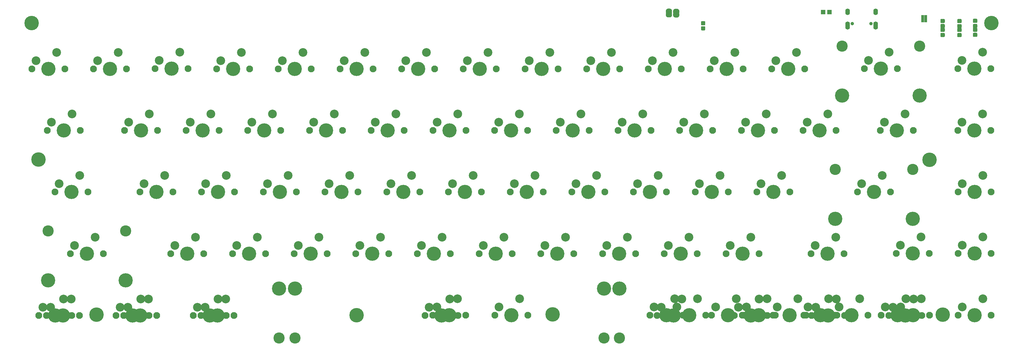
<source format=gts>
G04 #@! TF.GenerationSoftware,KiCad,Pcbnew,5.1.5*
G04 #@! TF.CreationDate,2020-04-09T00:31:28+02:00*
G04 #@! TF.ProjectId,FullKeyboardV1,46756c6c-4b65-4796-926f-61726456312e,rev?*
G04 #@! TF.SameCoordinates,Original*
G04 #@! TF.FileFunction,Soldermask,Top*
G04 #@! TF.FilePolarity,Negative*
%FSLAX46Y46*%
G04 Gerber Fmt 4.6, Leading zero omitted, Abs format (unit mm)*
G04 Created by KiCad (PCBNEW 5.1.5) date 2020-04-09 00:31:28*
%MOMM*%
%LPD*%
G04 APERTURE LIST*
%ADD10C,2.101800*%
%ADD11C,4.387800*%
%ADD12C,2.686000*%
%ADD13C,3.448000*%
%ADD14R,1.400000X1.400000*%
%ADD15R,0.900000X0.720000*%
%ADD16C,0.100000*%
%ADD17O,1.400000X2.500000*%
%ADD18C,1.050000*%
%ADD19O,1.400000X2.000000*%
%ADD20C,4.464000*%
G04 APERTURE END LIST*
D10*
X56380000Y-85900000D03*
X46220000Y-85900000D03*
D11*
X51300000Y-85900000D03*
D12*
X47490000Y-83360000D03*
X53840000Y-80820000D03*
D10*
X99200000Y-104890000D03*
X89040000Y-104890000D03*
D11*
X94120000Y-104890000D03*
D12*
X90310000Y-102350000D03*
X96660000Y-99810000D03*
X129815000Y-137835000D03*
X123465000Y-140375000D03*
D11*
X127275000Y-142915000D03*
D10*
X122195000Y-142915000D03*
X132355000Y-142915000D03*
D13*
X179655000Y-149900000D03*
D11*
X179655000Y-134660000D03*
D12*
X148955000Y-137825000D03*
X142625000Y-140365000D03*
D11*
X146435000Y-142905000D03*
D10*
X141355000Y-142905000D03*
X151515000Y-142905000D03*
D13*
X79760000Y-149885000D03*
D11*
X79760000Y-134650000D03*
D12*
X127445000Y-137850000D03*
X121095000Y-140390000D03*
D11*
X124905000Y-142930000D03*
D10*
X119825000Y-142930000D03*
X129985000Y-142930000D03*
D13*
X74867000Y-149915000D03*
X174943000Y-149915000D03*
D11*
X74867000Y-134675000D03*
X174943000Y-134675000D03*
D12*
X8470000Y-137875000D03*
X2120000Y-140415000D03*
X25920000Y-140390000D03*
X32270000Y-137850000D03*
X49720000Y-140390000D03*
X56070000Y-137850000D03*
D11*
X5930000Y-142955000D03*
D10*
X850000Y-142955000D03*
X11010000Y-142955000D03*
X24650000Y-142930000D03*
D11*
X29730000Y-142930000D03*
D10*
X34810000Y-142930000D03*
X58610000Y-142930000D03*
X48450000Y-142930000D03*
D11*
X53530000Y-142930000D03*
D12*
X34660000Y-137845000D03*
X28310000Y-140385000D03*
X52110000Y-140385000D03*
X58460000Y-137845000D03*
D11*
X55920000Y-142925000D03*
D10*
X50840000Y-142925000D03*
X61000000Y-142925000D03*
D11*
X32120000Y-142925000D03*
D10*
X27040000Y-142925000D03*
X37200000Y-142925000D03*
D12*
X10850000Y-137875000D03*
X4500000Y-140415000D03*
D10*
X3230000Y-142955000D03*
D11*
X8310000Y-142955000D03*
D10*
X13390000Y-142955000D03*
D12*
X246495000Y-137850000D03*
X240145000Y-140390000D03*
X234670000Y-137825000D03*
X228320000Y-140365000D03*
X222695000Y-137850000D03*
X196670000Y-137825000D03*
X198895000Y-137850000D03*
X209320000Y-140365000D03*
X215670000Y-137825000D03*
X190320000Y-140365000D03*
X192545000Y-140390000D03*
X216345000Y-140390000D03*
X263945000Y-140390000D03*
X270295000Y-137850000D03*
X266320000Y-140365000D03*
X272670000Y-137825000D03*
X253670000Y-137825000D03*
X247320000Y-140365000D03*
D11*
X220155000Y-142930000D03*
D10*
X215075000Y-142930000D03*
X225235000Y-142930000D03*
X238875000Y-142930000D03*
D11*
X243955000Y-142930000D03*
D10*
X249035000Y-142930000D03*
D11*
X270130000Y-142905000D03*
D10*
X275210000Y-142905000D03*
X246050000Y-142905000D03*
D11*
X251130000Y-142905000D03*
D10*
X256210000Y-142905000D03*
D11*
X232130000Y-142905000D03*
D10*
X237210000Y-142905000D03*
X227050000Y-142905000D03*
X208050000Y-142905000D03*
D11*
X213130000Y-142905000D03*
D10*
X218210000Y-142905000D03*
D11*
X194130000Y-142905000D03*
D10*
X189050000Y-142905000D03*
X199210000Y-142905000D03*
X191275000Y-142930000D03*
D11*
X196355000Y-142930000D03*
D10*
X262675000Y-142930000D03*
D11*
X267755000Y-142930000D03*
D10*
X272835000Y-142930000D03*
D12*
X203720000Y-137825000D03*
X197370000Y-140365000D03*
X225120000Y-137825000D03*
X218770000Y-140365000D03*
X237770000Y-140365000D03*
X244120000Y-137825000D03*
X267920000Y-137825000D03*
X261570000Y-140365000D03*
D10*
X260300000Y-142905000D03*
D11*
X265380000Y-142905000D03*
X241580000Y-142905000D03*
D10*
X246660000Y-142905000D03*
X236500000Y-142905000D03*
X217500000Y-142905000D03*
D11*
X222580000Y-142905000D03*
D10*
X227660000Y-142905000D03*
D11*
X201180000Y-142905000D03*
D10*
X206260000Y-142905000D03*
D11*
X270010000Y-113135000D03*
X246134000Y-113135000D03*
D13*
X270010000Y-97895000D03*
X246134000Y-97895000D03*
D10*
X263152000Y-104880000D03*
X252992000Y-104880000D03*
D11*
X258072000Y-104880000D03*
D12*
X254262000Y-102340000D03*
X260612000Y-99800000D03*
D10*
X151410000Y-85890000D03*
X141250000Y-85890000D03*
D11*
X146330000Y-85890000D03*
D12*
X142520000Y-83350000D03*
X148870000Y-80810000D03*
D14*
X242400000Y-49410000D03*
X244340000Y-49410000D03*
D15*
X273040000Y-50700000D03*
X273040000Y-51200000D03*
X273040000Y-52200000D03*
X273040000Y-51700000D03*
X274040000Y-50700000D03*
X274040000Y-51700000D03*
X274040000Y-51200000D03*
X274040000Y-52200000D03*
D10*
X294175000Y-142900000D03*
X284015000Y-142900000D03*
D11*
X289095000Y-142900000D03*
D12*
X285285000Y-140360000D03*
X291635000Y-137820000D03*
D10*
X294160000Y-123860000D03*
X284000000Y-123860000D03*
D11*
X289080000Y-123860000D03*
D12*
X285270000Y-121320000D03*
X291620000Y-118780000D03*
D10*
X294140000Y-104885000D03*
X283980000Y-104885000D03*
D11*
X289060000Y-104885000D03*
D12*
X285250000Y-102345000D03*
X291600000Y-99805000D03*
D10*
X294115000Y-85885000D03*
X283955000Y-85885000D03*
D11*
X289035000Y-85885000D03*
D12*
X285225000Y-83345000D03*
X291575000Y-80805000D03*
D10*
X294065000Y-66860000D03*
X283905000Y-66860000D03*
D11*
X288985000Y-66860000D03*
D12*
X285175000Y-64320000D03*
X291525000Y-61780000D03*
D10*
X270235000Y-85910000D03*
X260075000Y-85910000D03*
D11*
X265155000Y-85910000D03*
D12*
X261345000Y-83370000D03*
X267695000Y-80830000D03*
D10*
X248900000Y-123875000D03*
X238740000Y-123875000D03*
D11*
X243820000Y-123875000D03*
D12*
X240010000Y-121335000D03*
X246360000Y-118795000D03*
D10*
X275140000Y-123860000D03*
X264980000Y-123860000D03*
D11*
X270060000Y-123860000D03*
D12*
X266250000Y-121320000D03*
X272600000Y-118780000D03*
D10*
X246410000Y-85900000D03*
X236250000Y-85900000D03*
D11*
X241330000Y-85900000D03*
D12*
X237520000Y-83360000D03*
X243870000Y-80820000D03*
D10*
X236770000Y-66900000D03*
X226610000Y-66900000D03*
D11*
X231690000Y-66900000D03*
D12*
X227880000Y-64360000D03*
X234230000Y-61820000D03*
D10*
X222660000Y-123885000D03*
X212500000Y-123885000D03*
D11*
X217580000Y-123885000D03*
D12*
X213770000Y-121345000D03*
X220120000Y-118805000D03*
D10*
X232210000Y-104880000D03*
X222050000Y-104880000D03*
D11*
X227130000Y-104880000D03*
D12*
X223320000Y-102340000D03*
X229670000Y-99800000D03*
D10*
X227410000Y-85900000D03*
X217250000Y-85900000D03*
D11*
X222330000Y-85900000D03*
D12*
X218520000Y-83360000D03*
X224870000Y-80820000D03*
D10*
X203660000Y-123880000D03*
X193500000Y-123880000D03*
D11*
X198580000Y-123880000D03*
D12*
X194770000Y-121340000D03*
X201120000Y-118800000D03*
D10*
X213210000Y-104890000D03*
X203050000Y-104890000D03*
D11*
X208130000Y-104890000D03*
D12*
X204320000Y-102350000D03*
X210670000Y-99810000D03*
D10*
X208410000Y-85890000D03*
X198250000Y-85890000D03*
D11*
X203330000Y-85890000D03*
D12*
X199520000Y-83350000D03*
X205870000Y-80810000D03*
D10*
X198760000Y-66900000D03*
X188600000Y-66900000D03*
D11*
X193680000Y-66900000D03*
D12*
X189870000Y-64360000D03*
X196220000Y-61820000D03*
D10*
X184660000Y-123880000D03*
X174500000Y-123880000D03*
D11*
X179580000Y-123880000D03*
D12*
X175770000Y-121340000D03*
X182120000Y-118800000D03*
D10*
X194210000Y-104890000D03*
X184050000Y-104890000D03*
D11*
X189130000Y-104890000D03*
D12*
X185320000Y-102350000D03*
X191670000Y-99810000D03*
D10*
X189410000Y-85890000D03*
X179250000Y-85890000D03*
D11*
X184330000Y-85890000D03*
D12*
X180520000Y-83350000D03*
X186870000Y-80810000D03*
D10*
X179780000Y-66900000D03*
X169620000Y-66900000D03*
D11*
X174700000Y-66900000D03*
D12*
X170890000Y-64360000D03*
X177240000Y-61820000D03*
D10*
X165660000Y-123890000D03*
X155500000Y-123890000D03*
D11*
X160580000Y-123890000D03*
D12*
X156770000Y-121350000D03*
X163120000Y-118810000D03*
D10*
X175210000Y-104900000D03*
X165050000Y-104900000D03*
D11*
X170130000Y-104900000D03*
D12*
X166320000Y-102360000D03*
X172670000Y-99820000D03*
D10*
X170410000Y-85890000D03*
X160250000Y-85890000D03*
D11*
X165330000Y-85890000D03*
D12*
X161520000Y-83350000D03*
X167870000Y-80810000D03*
D10*
X160800000Y-66900000D03*
X150640000Y-66900000D03*
D11*
X155720000Y-66900000D03*
D12*
X151910000Y-64360000D03*
X158260000Y-61820000D03*
D10*
X146660000Y-123890000D03*
X136500000Y-123890000D03*
D11*
X141580000Y-123890000D03*
D12*
X137770000Y-121350000D03*
X144120000Y-118810000D03*
D10*
X156210000Y-104890000D03*
X146050000Y-104890000D03*
D11*
X151130000Y-104890000D03*
D12*
X147320000Y-102350000D03*
X153670000Y-99810000D03*
D10*
X141800000Y-66900000D03*
X131640000Y-66900000D03*
D11*
X136720000Y-66900000D03*
D12*
X132910000Y-64360000D03*
X139260000Y-61820000D03*
D10*
X127650000Y-123900000D03*
X117490000Y-123900000D03*
D11*
X122570000Y-123900000D03*
D12*
X118760000Y-121360000D03*
X125110000Y-118820000D03*
D10*
X137210000Y-104890000D03*
X127050000Y-104890000D03*
D11*
X132130000Y-104890000D03*
D12*
X128320000Y-102350000D03*
X134670000Y-99810000D03*
D10*
X132410000Y-85890000D03*
X122250000Y-85890000D03*
D11*
X127330000Y-85890000D03*
D12*
X123520000Y-83350000D03*
X129870000Y-80810000D03*
D10*
X122800000Y-66900000D03*
X112640000Y-66900000D03*
D11*
X117720000Y-66900000D03*
D12*
X113910000Y-64360000D03*
X120260000Y-61820000D03*
D10*
X108650000Y-123900000D03*
X98490000Y-123900000D03*
D11*
X103570000Y-123900000D03*
D12*
X99760000Y-121360000D03*
X106110000Y-118820000D03*
D10*
X118200000Y-104890000D03*
X108040000Y-104890000D03*
D11*
X113120000Y-104890000D03*
D12*
X109310000Y-102350000D03*
X115660000Y-99810000D03*
D10*
X113410000Y-85890000D03*
X103250000Y-85890000D03*
D11*
X108330000Y-85890000D03*
D12*
X104520000Y-83350000D03*
X110870000Y-80810000D03*
D10*
X103810000Y-66890000D03*
X93650000Y-66890000D03*
D11*
X98730000Y-66890000D03*
D12*
X94920000Y-64350000D03*
X101270000Y-61810000D03*
D10*
X89680000Y-123900000D03*
X79520000Y-123900000D03*
D11*
X84600000Y-123900000D03*
D12*
X80790000Y-121360000D03*
X87140000Y-118820000D03*
D10*
X94410000Y-85890000D03*
X84250000Y-85890000D03*
D11*
X89330000Y-85890000D03*
D12*
X85520000Y-83350000D03*
X91870000Y-80810000D03*
D10*
X70710000Y-123890000D03*
X60550000Y-123890000D03*
D11*
X65630000Y-123890000D03*
D12*
X61820000Y-121350000D03*
X68170000Y-118810000D03*
D10*
X80180000Y-104890000D03*
X70020000Y-104890000D03*
D11*
X75100000Y-104890000D03*
D12*
X71290000Y-102350000D03*
X77640000Y-99810000D03*
D10*
X75410000Y-85890000D03*
X65250000Y-85890000D03*
D11*
X70330000Y-85890000D03*
D12*
X66520000Y-83350000D03*
X72870000Y-80810000D03*
D10*
X65850000Y-66900000D03*
X55690000Y-66900000D03*
D11*
X60770000Y-66900000D03*
D12*
X56960000Y-64360000D03*
X63310000Y-61820000D03*
D10*
X61150000Y-104900000D03*
X50990000Y-104900000D03*
D11*
X56070000Y-104900000D03*
D12*
X52260000Y-102360000D03*
X58610000Y-99820000D03*
D10*
X46860000Y-66880000D03*
X36700000Y-66880000D03*
D11*
X41780000Y-66880000D03*
D12*
X37970000Y-64340000D03*
X44320000Y-61800000D03*
D10*
X42160000Y-104890000D03*
X32000000Y-104890000D03*
D11*
X37080000Y-104890000D03*
D12*
X33270000Y-102350000D03*
X39620000Y-99810000D03*
D10*
X37410000Y-85890000D03*
X27250000Y-85890000D03*
D11*
X32330000Y-85890000D03*
D12*
X28520000Y-83350000D03*
X34870000Y-80810000D03*
D10*
X27880000Y-66900000D03*
X17720000Y-66900000D03*
D11*
X22800000Y-66900000D03*
D12*
X18990000Y-64360000D03*
X25340000Y-61820000D03*
D11*
X27646000Y-132140000D03*
X3770000Y-132140000D03*
D13*
X27646000Y-116900000D03*
X3770000Y-116900000D03*
D10*
X20788000Y-123885000D03*
X10628000Y-123885000D03*
D11*
X15708000Y-123885000D03*
D12*
X11898000Y-121345000D03*
X18248000Y-118805000D03*
D10*
X16020000Y-104900000D03*
X5860000Y-104900000D03*
D11*
X10940000Y-104900000D03*
D12*
X7130000Y-102360000D03*
X13480000Y-99820000D03*
D10*
X13680000Y-85900000D03*
X3520000Y-85900000D03*
D11*
X8600000Y-85900000D03*
D12*
X4790000Y-83360000D03*
X11140000Y-80820000D03*
D10*
X8920000Y-66910000D03*
X-1240000Y-66910000D03*
D11*
X3840000Y-66910000D03*
D12*
X30000Y-64370000D03*
X6380000Y-61830000D03*
D16*
G36*
X289612493Y-53041535D02*
G01*
X289643435Y-53046125D01*
X289673778Y-53053725D01*
X289703230Y-53064263D01*
X289731508Y-53077638D01*
X289758338Y-53093719D01*
X289783463Y-53112353D01*
X289806640Y-53133360D01*
X289827647Y-53156537D01*
X289846281Y-53181662D01*
X289862362Y-53208492D01*
X289875737Y-53236770D01*
X289886275Y-53266222D01*
X289893875Y-53296565D01*
X289898465Y-53327507D01*
X289900000Y-53358750D01*
X289900000Y-53996250D01*
X289898465Y-54027493D01*
X289893875Y-54058435D01*
X289886275Y-54088778D01*
X289875737Y-54118230D01*
X289862362Y-54146508D01*
X289846281Y-54173338D01*
X289827647Y-54198463D01*
X289806640Y-54221640D01*
X289783463Y-54242647D01*
X289758338Y-54261281D01*
X289731508Y-54277362D01*
X289703230Y-54290737D01*
X289673778Y-54301275D01*
X289643435Y-54308875D01*
X289612493Y-54313465D01*
X289581250Y-54315000D01*
X288868750Y-54315000D01*
X288837507Y-54313465D01*
X288806565Y-54308875D01*
X288776222Y-54301275D01*
X288746770Y-54290737D01*
X288718492Y-54277362D01*
X288691662Y-54261281D01*
X288666537Y-54242647D01*
X288643360Y-54221640D01*
X288622353Y-54198463D01*
X288603719Y-54173338D01*
X288587638Y-54146508D01*
X288574263Y-54118230D01*
X288563725Y-54088778D01*
X288556125Y-54058435D01*
X288551535Y-54027493D01*
X288550000Y-53996250D01*
X288550000Y-53358750D01*
X288551535Y-53327507D01*
X288556125Y-53296565D01*
X288563725Y-53266222D01*
X288574263Y-53236770D01*
X288587638Y-53208492D01*
X288603719Y-53181662D01*
X288622353Y-53156537D01*
X288643360Y-53133360D01*
X288666537Y-53112353D01*
X288691662Y-53093719D01*
X288718492Y-53077638D01*
X288746770Y-53064263D01*
X288776222Y-53053725D01*
X288806565Y-53046125D01*
X288837507Y-53041535D01*
X288868750Y-53040000D01*
X289581250Y-53040000D01*
X289612493Y-53041535D01*
G37*
G36*
X289612493Y-51466535D02*
G01*
X289643435Y-51471125D01*
X289673778Y-51478725D01*
X289703230Y-51489263D01*
X289731508Y-51502638D01*
X289758338Y-51518719D01*
X289783463Y-51537353D01*
X289806640Y-51558360D01*
X289827647Y-51581537D01*
X289846281Y-51606662D01*
X289862362Y-51633492D01*
X289875737Y-51661770D01*
X289886275Y-51691222D01*
X289893875Y-51721565D01*
X289898465Y-51752507D01*
X289900000Y-51783750D01*
X289900000Y-52421250D01*
X289898465Y-52452493D01*
X289893875Y-52483435D01*
X289886275Y-52513778D01*
X289875737Y-52543230D01*
X289862362Y-52571508D01*
X289846281Y-52598338D01*
X289827647Y-52623463D01*
X289806640Y-52646640D01*
X289783463Y-52667647D01*
X289758338Y-52686281D01*
X289731508Y-52702362D01*
X289703230Y-52715737D01*
X289673778Y-52726275D01*
X289643435Y-52733875D01*
X289612493Y-52738465D01*
X289581250Y-52740000D01*
X288868750Y-52740000D01*
X288837507Y-52738465D01*
X288806565Y-52733875D01*
X288776222Y-52726275D01*
X288746770Y-52715737D01*
X288718492Y-52702362D01*
X288691662Y-52686281D01*
X288666537Y-52667647D01*
X288643360Y-52646640D01*
X288622353Y-52623463D01*
X288603719Y-52598338D01*
X288587638Y-52571508D01*
X288574263Y-52543230D01*
X288563725Y-52513778D01*
X288556125Y-52483435D01*
X288551535Y-52452493D01*
X288550000Y-52421250D01*
X288550000Y-51783750D01*
X288551535Y-51752507D01*
X288556125Y-51721565D01*
X288563725Y-51691222D01*
X288574263Y-51661770D01*
X288587638Y-51633492D01*
X288603719Y-51606662D01*
X288622353Y-51581537D01*
X288643360Y-51558360D01*
X288666537Y-51537353D01*
X288691662Y-51518719D01*
X288718492Y-51502638D01*
X288746770Y-51489263D01*
X288776222Y-51478725D01*
X288806565Y-51471125D01*
X288837507Y-51466535D01*
X288868750Y-51465000D01*
X289581250Y-51465000D01*
X289612493Y-51466535D01*
G37*
G36*
X284787493Y-53091535D02*
G01*
X284818435Y-53096125D01*
X284848778Y-53103725D01*
X284878230Y-53114263D01*
X284906508Y-53127638D01*
X284933338Y-53143719D01*
X284958463Y-53162353D01*
X284981640Y-53183360D01*
X285002647Y-53206537D01*
X285021281Y-53231662D01*
X285037362Y-53258492D01*
X285050737Y-53286770D01*
X285061275Y-53316222D01*
X285068875Y-53346565D01*
X285073465Y-53377507D01*
X285075000Y-53408750D01*
X285075000Y-54046250D01*
X285073465Y-54077493D01*
X285068875Y-54108435D01*
X285061275Y-54138778D01*
X285050737Y-54168230D01*
X285037362Y-54196508D01*
X285021281Y-54223338D01*
X285002647Y-54248463D01*
X284981640Y-54271640D01*
X284958463Y-54292647D01*
X284933338Y-54311281D01*
X284906508Y-54327362D01*
X284878230Y-54340737D01*
X284848778Y-54351275D01*
X284818435Y-54358875D01*
X284787493Y-54363465D01*
X284756250Y-54365000D01*
X284043750Y-54365000D01*
X284012507Y-54363465D01*
X283981565Y-54358875D01*
X283951222Y-54351275D01*
X283921770Y-54340737D01*
X283893492Y-54327362D01*
X283866662Y-54311281D01*
X283841537Y-54292647D01*
X283818360Y-54271640D01*
X283797353Y-54248463D01*
X283778719Y-54223338D01*
X283762638Y-54196508D01*
X283749263Y-54168230D01*
X283738725Y-54138778D01*
X283731125Y-54108435D01*
X283726535Y-54077493D01*
X283725000Y-54046250D01*
X283725000Y-53408750D01*
X283726535Y-53377507D01*
X283731125Y-53346565D01*
X283738725Y-53316222D01*
X283749263Y-53286770D01*
X283762638Y-53258492D01*
X283778719Y-53231662D01*
X283797353Y-53206537D01*
X283818360Y-53183360D01*
X283841537Y-53162353D01*
X283866662Y-53143719D01*
X283893492Y-53127638D01*
X283921770Y-53114263D01*
X283951222Y-53103725D01*
X283981565Y-53096125D01*
X284012507Y-53091535D01*
X284043750Y-53090000D01*
X284756250Y-53090000D01*
X284787493Y-53091535D01*
G37*
G36*
X284787493Y-51516535D02*
G01*
X284818435Y-51521125D01*
X284848778Y-51528725D01*
X284878230Y-51539263D01*
X284906508Y-51552638D01*
X284933338Y-51568719D01*
X284958463Y-51587353D01*
X284981640Y-51608360D01*
X285002647Y-51631537D01*
X285021281Y-51656662D01*
X285037362Y-51683492D01*
X285050737Y-51711770D01*
X285061275Y-51741222D01*
X285068875Y-51771565D01*
X285073465Y-51802507D01*
X285075000Y-51833750D01*
X285075000Y-52471250D01*
X285073465Y-52502493D01*
X285068875Y-52533435D01*
X285061275Y-52563778D01*
X285050737Y-52593230D01*
X285037362Y-52621508D01*
X285021281Y-52648338D01*
X285002647Y-52673463D01*
X284981640Y-52696640D01*
X284958463Y-52717647D01*
X284933338Y-52736281D01*
X284906508Y-52752362D01*
X284878230Y-52765737D01*
X284848778Y-52776275D01*
X284818435Y-52783875D01*
X284787493Y-52788465D01*
X284756250Y-52790000D01*
X284043750Y-52790000D01*
X284012507Y-52788465D01*
X283981565Y-52783875D01*
X283951222Y-52776275D01*
X283921770Y-52765737D01*
X283893492Y-52752362D01*
X283866662Y-52736281D01*
X283841537Y-52717647D01*
X283818360Y-52696640D01*
X283797353Y-52673463D01*
X283778719Y-52648338D01*
X283762638Y-52621508D01*
X283749263Y-52593230D01*
X283738725Y-52563778D01*
X283731125Y-52533435D01*
X283726535Y-52502493D01*
X283725000Y-52471250D01*
X283725000Y-51833750D01*
X283726535Y-51802507D01*
X283731125Y-51771565D01*
X283738725Y-51741222D01*
X283749263Y-51711770D01*
X283762638Y-51683492D01*
X283778719Y-51656662D01*
X283797353Y-51631537D01*
X283818360Y-51608360D01*
X283841537Y-51587353D01*
X283866662Y-51568719D01*
X283893492Y-51552638D01*
X283921770Y-51539263D01*
X283951222Y-51528725D01*
X283981565Y-51521125D01*
X284012507Y-51516535D01*
X284043750Y-51515000D01*
X284756250Y-51515000D01*
X284787493Y-51516535D01*
G37*
G36*
X279612493Y-53066535D02*
G01*
X279643435Y-53071125D01*
X279673778Y-53078725D01*
X279703230Y-53089263D01*
X279731508Y-53102638D01*
X279758338Y-53118719D01*
X279783463Y-53137353D01*
X279806640Y-53158360D01*
X279827647Y-53181537D01*
X279846281Y-53206662D01*
X279862362Y-53233492D01*
X279875737Y-53261770D01*
X279886275Y-53291222D01*
X279893875Y-53321565D01*
X279898465Y-53352507D01*
X279900000Y-53383750D01*
X279900000Y-54021250D01*
X279898465Y-54052493D01*
X279893875Y-54083435D01*
X279886275Y-54113778D01*
X279875737Y-54143230D01*
X279862362Y-54171508D01*
X279846281Y-54198338D01*
X279827647Y-54223463D01*
X279806640Y-54246640D01*
X279783463Y-54267647D01*
X279758338Y-54286281D01*
X279731508Y-54302362D01*
X279703230Y-54315737D01*
X279673778Y-54326275D01*
X279643435Y-54333875D01*
X279612493Y-54338465D01*
X279581250Y-54340000D01*
X278868750Y-54340000D01*
X278837507Y-54338465D01*
X278806565Y-54333875D01*
X278776222Y-54326275D01*
X278746770Y-54315737D01*
X278718492Y-54302362D01*
X278691662Y-54286281D01*
X278666537Y-54267647D01*
X278643360Y-54246640D01*
X278622353Y-54223463D01*
X278603719Y-54198338D01*
X278587638Y-54171508D01*
X278574263Y-54143230D01*
X278563725Y-54113778D01*
X278556125Y-54083435D01*
X278551535Y-54052493D01*
X278550000Y-54021250D01*
X278550000Y-53383750D01*
X278551535Y-53352507D01*
X278556125Y-53321565D01*
X278563725Y-53291222D01*
X278574263Y-53261770D01*
X278587638Y-53233492D01*
X278603719Y-53206662D01*
X278622353Y-53181537D01*
X278643360Y-53158360D01*
X278666537Y-53137353D01*
X278691662Y-53118719D01*
X278718492Y-53102638D01*
X278746770Y-53089263D01*
X278776222Y-53078725D01*
X278806565Y-53071125D01*
X278837507Y-53066535D01*
X278868750Y-53065000D01*
X279581250Y-53065000D01*
X279612493Y-53066535D01*
G37*
G36*
X279612493Y-51491535D02*
G01*
X279643435Y-51496125D01*
X279673778Y-51503725D01*
X279703230Y-51514263D01*
X279731508Y-51527638D01*
X279758338Y-51543719D01*
X279783463Y-51562353D01*
X279806640Y-51583360D01*
X279827647Y-51606537D01*
X279846281Y-51631662D01*
X279862362Y-51658492D01*
X279875737Y-51686770D01*
X279886275Y-51716222D01*
X279893875Y-51746565D01*
X279898465Y-51777507D01*
X279900000Y-51808750D01*
X279900000Y-52446250D01*
X279898465Y-52477493D01*
X279893875Y-52508435D01*
X279886275Y-52538778D01*
X279875737Y-52568230D01*
X279862362Y-52596508D01*
X279846281Y-52623338D01*
X279827647Y-52648463D01*
X279806640Y-52671640D01*
X279783463Y-52692647D01*
X279758338Y-52711281D01*
X279731508Y-52727362D01*
X279703230Y-52740737D01*
X279673778Y-52751275D01*
X279643435Y-52758875D01*
X279612493Y-52763465D01*
X279581250Y-52765000D01*
X278868750Y-52765000D01*
X278837507Y-52763465D01*
X278806565Y-52758875D01*
X278776222Y-52751275D01*
X278746770Y-52740737D01*
X278718492Y-52727362D01*
X278691662Y-52711281D01*
X278666537Y-52692647D01*
X278643360Y-52671640D01*
X278622353Y-52648463D01*
X278603719Y-52623338D01*
X278587638Y-52596508D01*
X278574263Y-52568230D01*
X278563725Y-52538778D01*
X278556125Y-52508435D01*
X278551535Y-52477493D01*
X278550000Y-52446250D01*
X278550000Y-51808750D01*
X278551535Y-51777507D01*
X278556125Y-51746565D01*
X278563725Y-51716222D01*
X278574263Y-51686770D01*
X278587638Y-51658492D01*
X278603719Y-51631662D01*
X278622353Y-51606537D01*
X278643360Y-51583360D01*
X278666537Y-51562353D01*
X278691662Y-51543719D01*
X278718492Y-51527638D01*
X278746770Y-51514263D01*
X278776222Y-51503725D01*
X278806565Y-51496125D01*
X278837507Y-51491535D01*
X278868750Y-51490000D01*
X279581250Y-51490000D01*
X279612493Y-51491535D01*
G37*
D17*
X258590000Y-53530000D03*
X249950000Y-53530000D03*
D18*
X251380000Y-53000000D03*
D19*
X249950000Y-49350000D03*
D18*
X257160000Y-53000000D03*
D19*
X258590000Y-49350000D03*
D16*
G36*
X289612493Y-54216535D02*
G01*
X289643435Y-54221125D01*
X289673778Y-54228725D01*
X289703230Y-54239263D01*
X289731508Y-54252638D01*
X289758338Y-54268719D01*
X289783463Y-54287353D01*
X289806640Y-54308360D01*
X289827647Y-54331537D01*
X289846281Y-54356662D01*
X289862362Y-54383492D01*
X289875737Y-54411770D01*
X289886275Y-54441222D01*
X289893875Y-54471565D01*
X289898465Y-54502507D01*
X289900000Y-54533750D01*
X289900000Y-55171250D01*
X289898465Y-55202493D01*
X289893875Y-55233435D01*
X289886275Y-55263778D01*
X289875737Y-55293230D01*
X289862362Y-55321508D01*
X289846281Y-55348338D01*
X289827647Y-55373463D01*
X289806640Y-55396640D01*
X289783463Y-55417647D01*
X289758338Y-55436281D01*
X289731508Y-55452362D01*
X289703230Y-55465737D01*
X289673778Y-55476275D01*
X289643435Y-55483875D01*
X289612493Y-55488465D01*
X289581250Y-55490000D01*
X288868750Y-55490000D01*
X288837507Y-55488465D01*
X288806565Y-55483875D01*
X288776222Y-55476275D01*
X288746770Y-55465737D01*
X288718492Y-55452362D01*
X288691662Y-55436281D01*
X288666537Y-55417647D01*
X288643360Y-55396640D01*
X288622353Y-55373463D01*
X288603719Y-55348338D01*
X288587638Y-55321508D01*
X288574263Y-55293230D01*
X288563725Y-55263778D01*
X288556125Y-55233435D01*
X288551535Y-55202493D01*
X288550000Y-55171250D01*
X288550000Y-54533750D01*
X288551535Y-54502507D01*
X288556125Y-54471565D01*
X288563725Y-54441222D01*
X288574263Y-54411770D01*
X288587638Y-54383492D01*
X288603719Y-54356662D01*
X288622353Y-54331537D01*
X288643360Y-54308360D01*
X288666537Y-54287353D01*
X288691662Y-54268719D01*
X288718492Y-54252638D01*
X288746770Y-54239263D01*
X288776222Y-54228725D01*
X288806565Y-54221125D01*
X288837507Y-54216535D01*
X288868750Y-54215000D01*
X289581250Y-54215000D01*
X289612493Y-54216535D01*
G37*
G36*
X289612493Y-55791535D02*
G01*
X289643435Y-55796125D01*
X289673778Y-55803725D01*
X289703230Y-55814263D01*
X289731508Y-55827638D01*
X289758338Y-55843719D01*
X289783463Y-55862353D01*
X289806640Y-55883360D01*
X289827647Y-55906537D01*
X289846281Y-55931662D01*
X289862362Y-55958492D01*
X289875737Y-55986770D01*
X289886275Y-56016222D01*
X289893875Y-56046565D01*
X289898465Y-56077507D01*
X289900000Y-56108750D01*
X289900000Y-56746250D01*
X289898465Y-56777493D01*
X289893875Y-56808435D01*
X289886275Y-56838778D01*
X289875737Y-56868230D01*
X289862362Y-56896508D01*
X289846281Y-56923338D01*
X289827647Y-56948463D01*
X289806640Y-56971640D01*
X289783463Y-56992647D01*
X289758338Y-57011281D01*
X289731508Y-57027362D01*
X289703230Y-57040737D01*
X289673778Y-57051275D01*
X289643435Y-57058875D01*
X289612493Y-57063465D01*
X289581250Y-57065000D01*
X288868750Y-57065000D01*
X288837507Y-57063465D01*
X288806565Y-57058875D01*
X288776222Y-57051275D01*
X288746770Y-57040737D01*
X288718492Y-57027362D01*
X288691662Y-57011281D01*
X288666537Y-56992647D01*
X288643360Y-56971640D01*
X288622353Y-56948463D01*
X288603719Y-56923338D01*
X288587638Y-56896508D01*
X288574263Y-56868230D01*
X288563725Y-56838778D01*
X288556125Y-56808435D01*
X288551535Y-56777493D01*
X288550000Y-56746250D01*
X288550000Y-56108750D01*
X288551535Y-56077507D01*
X288556125Y-56046565D01*
X288563725Y-56016222D01*
X288574263Y-55986770D01*
X288587638Y-55958492D01*
X288603719Y-55931662D01*
X288622353Y-55906537D01*
X288643360Y-55883360D01*
X288666537Y-55862353D01*
X288691662Y-55843719D01*
X288718492Y-55827638D01*
X288746770Y-55814263D01*
X288776222Y-55803725D01*
X288806565Y-55796125D01*
X288837507Y-55791535D01*
X288868750Y-55790000D01*
X289581250Y-55790000D01*
X289612493Y-55791535D01*
G37*
G36*
X284787493Y-54265835D02*
G01*
X284818435Y-54270425D01*
X284848778Y-54278025D01*
X284878230Y-54288563D01*
X284906508Y-54301938D01*
X284933338Y-54318019D01*
X284958463Y-54336653D01*
X284981640Y-54357660D01*
X285002647Y-54380837D01*
X285021281Y-54405962D01*
X285037362Y-54432792D01*
X285050737Y-54461070D01*
X285061275Y-54490522D01*
X285068875Y-54520865D01*
X285073465Y-54551807D01*
X285075000Y-54583050D01*
X285075000Y-55220550D01*
X285073465Y-55251793D01*
X285068875Y-55282735D01*
X285061275Y-55313078D01*
X285050737Y-55342530D01*
X285037362Y-55370808D01*
X285021281Y-55397638D01*
X285002647Y-55422763D01*
X284981640Y-55445940D01*
X284958463Y-55466947D01*
X284933338Y-55485581D01*
X284906508Y-55501662D01*
X284878230Y-55515037D01*
X284848778Y-55525575D01*
X284818435Y-55533175D01*
X284787493Y-55537765D01*
X284756250Y-55539300D01*
X284043750Y-55539300D01*
X284012507Y-55537765D01*
X283981565Y-55533175D01*
X283951222Y-55525575D01*
X283921770Y-55515037D01*
X283893492Y-55501662D01*
X283866662Y-55485581D01*
X283841537Y-55466947D01*
X283818360Y-55445940D01*
X283797353Y-55422763D01*
X283778719Y-55397638D01*
X283762638Y-55370808D01*
X283749263Y-55342530D01*
X283738725Y-55313078D01*
X283731125Y-55282735D01*
X283726535Y-55251793D01*
X283725000Y-55220550D01*
X283725000Y-54583050D01*
X283726535Y-54551807D01*
X283731125Y-54520865D01*
X283738725Y-54490522D01*
X283749263Y-54461070D01*
X283762638Y-54432792D01*
X283778719Y-54405962D01*
X283797353Y-54380837D01*
X283818360Y-54357660D01*
X283841537Y-54336653D01*
X283866662Y-54318019D01*
X283893492Y-54301938D01*
X283921770Y-54288563D01*
X283951222Y-54278025D01*
X283981565Y-54270425D01*
X284012507Y-54265835D01*
X284043750Y-54264300D01*
X284756250Y-54264300D01*
X284787493Y-54265835D01*
G37*
G36*
X284787493Y-55840835D02*
G01*
X284818435Y-55845425D01*
X284848778Y-55853025D01*
X284878230Y-55863563D01*
X284906508Y-55876938D01*
X284933338Y-55893019D01*
X284958463Y-55911653D01*
X284981640Y-55932660D01*
X285002647Y-55955837D01*
X285021281Y-55980962D01*
X285037362Y-56007792D01*
X285050737Y-56036070D01*
X285061275Y-56065522D01*
X285068875Y-56095865D01*
X285073465Y-56126807D01*
X285075000Y-56158050D01*
X285075000Y-56795550D01*
X285073465Y-56826793D01*
X285068875Y-56857735D01*
X285061275Y-56888078D01*
X285050737Y-56917530D01*
X285037362Y-56945808D01*
X285021281Y-56972638D01*
X285002647Y-56997763D01*
X284981640Y-57020940D01*
X284958463Y-57041947D01*
X284933338Y-57060581D01*
X284906508Y-57076662D01*
X284878230Y-57090037D01*
X284848778Y-57100575D01*
X284818435Y-57108175D01*
X284787493Y-57112765D01*
X284756250Y-57114300D01*
X284043750Y-57114300D01*
X284012507Y-57112765D01*
X283981565Y-57108175D01*
X283951222Y-57100575D01*
X283921770Y-57090037D01*
X283893492Y-57076662D01*
X283866662Y-57060581D01*
X283841537Y-57041947D01*
X283818360Y-57020940D01*
X283797353Y-56997763D01*
X283778719Y-56972638D01*
X283762638Y-56945808D01*
X283749263Y-56917530D01*
X283738725Y-56888078D01*
X283731125Y-56857735D01*
X283726535Y-56826793D01*
X283725000Y-56795550D01*
X283725000Y-56158050D01*
X283726535Y-56126807D01*
X283731125Y-56095865D01*
X283738725Y-56065522D01*
X283749263Y-56036070D01*
X283762638Y-56007792D01*
X283778719Y-55980962D01*
X283797353Y-55955837D01*
X283818360Y-55932660D01*
X283841537Y-55911653D01*
X283866662Y-55893019D01*
X283893492Y-55876938D01*
X283921770Y-55863563D01*
X283951222Y-55853025D01*
X283981565Y-55845425D01*
X284012507Y-55840835D01*
X284043750Y-55839300D01*
X284756250Y-55839300D01*
X284787493Y-55840835D01*
G37*
G36*
X279612493Y-54242235D02*
G01*
X279643435Y-54246825D01*
X279673778Y-54254425D01*
X279703230Y-54264963D01*
X279731508Y-54278338D01*
X279758338Y-54294419D01*
X279783463Y-54313053D01*
X279806640Y-54334060D01*
X279827647Y-54357237D01*
X279846281Y-54382362D01*
X279862362Y-54409192D01*
X279875737Y-54437470D01*
X279886275Y-54466922D01*
X279893875Y-54497265D01*
X279898465Y-54528207D01*
X279900000Y-54559450D01*
X279900000Y-55196950D01*
X279898465Y-55228193D01*
X279893875Y-55259135D01*
X279886275Y-55289478D01*
X279875737Y-55318930D01*
X279862362Y-55347208D01*
X279846281Y-55374038D01*
X279827647Y-55399163D01*
X279806640Y-55422340D01*
X279783463Y-55443347D01*
X279758338Y-55461981D01*
X279731508Y-55478062D01*
X279703230Y-55491437D01*
X279673778Y-55501975D01*
X279643435Y-55509575D01*
X279612493Y-55514165D01*
X279581250Y-55515700D01*
X278868750Y-55515700D01*
X278837507Y-55514165D01*
X278806565Y-55509575D01*
X278776222Y-55501975D01*
X278746770Y-55491437D01*
X278718492Y-55478062D01*
X278691662Y-55461981D01*
X278666537Y-55443347D01*
X278643360Y-55422340D01*
X278622353Y-55399163D01*
X278603719Y-55374038D01*
X278587638Y-55347208D01*
X278574263Y-55318930D01*
X278563725Y-55289478D01*
X278556125Y-55259135D01*
X278551535Y-55228193D01*
X278550000Y-55196950D01*
X278550000Y-54559450D01*
X278551535Y-54528207D01*
X278556125Y-54497265D01*
X278563725Y-54466922D01*
X278574263Y-54437470D01*
X278587638Y-54409192D01*
X278603719Y-54382362D01*
X278622353Y-54357237D01*
X278643360Y-54334060D01*
X278666537Y-54313053D01*
X278691662Y-54294419D01*
X278718492Y-54278338D01*
X278746770Y-54264963D01*
X278776222Y-54254425D01*
X278806565Y-54246825D01*
X278837507Y-54242235D01*
X278868750Y-54240700D01*
X279581250Y-54240700D01*
X279612493Y-54242235D01*
G37*
G36*
X279612493Y-55817235D02*
G01*
X279643435Y-55821825D01*
X279673778Y-55829425D01*
X279703230Y-55839963D01*
X279731508Y-55853338D01*
X279758338Y-55869419D01*
X279783463Y-55888053D01*
X279806640Y-55909060D01*
X279827647Y-55932237D01*
X279846281Y-55957362D01*
X279862362Y-55984192D01*
X279875737Y-56012470D01*
X279886275Y-56041922D01*
X279893875Y-56072265D01*
X279898465Y-56103207D01*
X279900000Y-56134450D01*
X279900000Y-56771950D01*
X279898465Y-56803193D01*
X279893875Y-56834135D01*
X279886275Y-56864478D01*
X279875737Y-56893930D01*
X279862362Y-56922208D01*
X279846281Y-56949038D01*
X279827647Y-56974163D01*
X279806640Y-56997340D01*
X279783463Y-57018347D01*
X279758338Y-57036981D01*
X279731508Y-57053062D01*
X279703230Y-57066437D01*
X279673778Y-57076975D01*
X279643435Y-57084575D01*
X279612493Y-57089165D01*
X279581250Y-57090700D01*
X278868750Y-57090700D01*
X278837507Y-57089165D01*
X278806565Y-57084575D01*
X278776222Y-57076975D01*
X278746770Y-57066437D01*
X278718492Y-57053062D01*
X278691662Y-57036981D01*
X278666537Y-57018347D01*
X278643360Y-56997340D01*
X278622353Y-56974163D01*
X278603719Y-56949038D01*
X278587638Y-56922208D01*
X278574263Y-56893930D01*
X278563725Y-56864478D01*
X278556125Y-56834135D01*
X278551535Y-56803193D01*
X278550000Y-56771950D01*
X278550000Y-56134450D01*
X278551535Y-56103207D01*
X278556125Y-56072265D01*
X278563725Y-56041922D01*
X278574263Y-56012470D01*
X278587638Y-55984192D01*
X278603719Y-55957362D01*
X278622353Y-55932237D01*
X278643360Y-55909060D01*
X278666537Y-55888053D01*
X278691662Y-55869419D01*
X278718492Y-55853338D01*
X278746770Y-55839963D01*
X278776222Y-55829425D01*
X278806565Y-55821825D01*
X278837507Y-55817235D01*
X278868750Y-55815700D01*
X279581250Y-55815700D01*
X279612493Y-55817235D01*
G37*
D11*
X272166000Y-75140000D03*
X248290000Y-75140000D03*
D13*
X272166000Y-59900000D03*
X248290000Y-59900000D03*
D10*
X265308000Y-66885000D03*
X255148000Y-66885000D03*
D11*
X260228000Y-66885000D03*
D12*
X256418000Y-64345000D03*
X262768000Y-61805000D03*
D10*
X217770000Y-66900000D03*
X207610000Y-66900000D03*
D11*
X212690000Y-66900000D03*
D12*
X208880000Y-64360000D03*
X215230000Y-61820000D03*
D10*
X84810000Y-66900000D03*
X74650000Y-66900000D03*
D11*
X79730000Y-66900000D03*
D12*
X75920000Y-64360000D03*
X82270000Y-61820000D03*
D16*
G36*
X196233843Y-49840982D02*
G01*
X196245224Y-49803463D01*
X196263706Y-49768886D01*
X196288579Y-49738579D01*
X196318886Y-49713706D01*
X196353463Y-49695224D01*
X196390982Y-49683843D01*
X196430000Y-49680000D01*
X197930000Y-49680000D01*
X197969018Y-49683843D01*
X198006537Y-49695224D01*
X198041114Y-49713706D01*
X198071421Y-49738579D01*
X198096294Y-49768886D01*
X198114776Y-49803463D01*
X198126157Y-49840982D01*
X198130000Y-49880000D01*
X198130000Y-50380000D01*
X198129398Y-50386112D01*
X198129398Y-50404534D01*
X198128435Y-50424140D01*
X198123625Y-50472971D01*
X198120746Y-50492380D01*
X198111174Y-50540505D01*
X198106404Y-50559548D01*
X198092160Y-50606503D01*
X198085549Y-50624980D01*
X198066772Y-50670313D01*
X198058377Y-50688061D01*
X198035246Y-50731334D01*
X198025160Y-50748162D01*
X197997900Y-50788961D01*
X197986205Y-50804730D01*
X197955077Y-50842659D01*
X197941897Y-50857200D01*
X197907200Y-50891897D01*
X197892659Y-50905077D01*
X197854730Y-50936205D01*
X197838961Y-50947900D01*
X197798162Y-50975160D01*
X197781334Y-50985246D01*
X197738061Y-51008377D01*
X197720313Y-51016772D01*
X197674980Y-51035549D01*
X197656503Y-51042160D01*
X197609548Y-51056404D01*
X197590505Y-51061174D01*
X197542380Y-51070746D01*
X197522971Y-51073625D01*
X197474140Y-51078435D01*
X197454534Y-51079398D01*
X197436112Y-51079398D01*
X197430000Y-51080000D01*
X196930000Y-51080000D01*
X196923888Y-51079398D01*
X196905466Y-51079398D01*
X196885860Y-51078435D01*
X196837029Y-51073625D01*
X196817620Y-51070746D01*
X196769495Y-51061174D01*
X196750452Y-51056404D01*
X196703497Y-51042160D01*
X196685020Y-51035549D01*
X196639687Y-51016772D01*
X196621939Y-51008377D01*
X196578666Y-50985246D01*
X196561838Y-50975160D01*
X196521039Y-50947900D01*
X196505270Y-50936205D01*
X196467341Y-50905077D01*
X196452800Y-50891897D01*
X196418103Y-50857200D01*
X196404923Y-50842659D01*
X196373795Y-50804730D01*
X196362100Y-50788961D01*
X196334840Y-50748162D01*
X196324754Y-50731334D01*
X196301623Y-50688061D01*
X196293228Y-50670313D01*
X196274451Y-50624980D01*
X196267840Y-50606503D01*
X196253596Y-50559548D01*
X196248826Y-50540505D01*
X196239254Y-50492380D01*
X196236375Y-50472971D01*
X196231565Y-50424140D01*
X196230602Y-50404534D01*
X196230602Y-50386112D01*
X196230000Y-50380000D01*
X196230000Y-49880000D01*
X196233843Y-49840982D01*
G37*
G36*
X196230602Y-49073888D02*
G01*
X196230602Y-49055466D01*
X196231565Y-49035860D01*
X196236375Y-48987029D01*
X196239254Y-48967620D01*
X196248826Y-48919495D01*
X196253596Y-48900452D01*
X196267840Y-48853497D01*
X196274451Y-48835020D01*
X196293228Y-48789687D01*
X196301623Y-48771939D01*
X196324754Y-48728666D01*
X196334840Y-48711838D01*
X196362100Y-48671039D01*
X196373795Y-48655270D01*
X196404923Y-48617341D01*
X196418103Y-48602800D01*
X196452800Y-48568103D01*
X196467341Y-48554923D01*
X196505270Y-48523795D01*
X196521039Y-48512100D01*
X196561838Y-48484840D01*
X196578666Y-48474754D01*
X196621939Y-48451623D01*
X196639687Y-48443228D01*
X196685020Y-48424451D01*
X196703497Y-48417840D01*
X196750452Y-48403596D01*
X196769495Y-48398826D01*
X196817620Y-48389254D01*
X196837029Y-48386375D01*
X196885860Y-48381565D01*
X196905466Y-48380602D01*
X196923888Y-48380602D01*
X196930000Y-48380000D01*
X197430000Y-48380000D01*
X197436112Y-48380602D01*
X197454534Y-48380602D01*
X197474140Y-48381565D01*
X197522971Y-48386375D01*
X197542380Y-48389254D01*
X197590505Y-48398826D01*
X197609548Y-48403596D01*
X197656503Y-48417840D01*
X197674980Y-48424451D01*
X197720313Y-48443228D01*
X197738061Y-48451623D01*
X197781334Y-48474754D01*
X197798162Y-48484840D01*
X197838961Y-48512100D01*
X197854730Y-48523795D01*
X197892659Y-48554923D01*
X197907200Y-48568103D01*
X197941897Y-48602800D01*
X197955077Y-48617341D01*
X197986205Y-48655270D01*
X197997900Y-48671039D01*
X198025160Y-48711838D01*
X198035246Y-48728666D01*
X198058377Y-48771939D01*
X198066772Y-48789687D01*
X198085549Y-48835020D01*
X198092160Y-48853497D01*
X198106404Y-48900452D01*
X198111174Y-48919495D01*
X198120746Y-48967620D01*
X198123625Y-48987029D01*
X198128435Y-49035860D01*
X198129398Y-49055466D01*
X198129398Y-49073888D01*
X198130000Y-49080000D01*
X198130000Y-49580000D01*
X198126157Y-49619018D01*
X198114776Y-49656537D01*
X198096294Y-49691114D01*
X198071421Y-49721421D01*
X198041114Y-49746294D01*
X198006537Y-49764776D01*
X197969018Y-49776157D01*
X197930000Y-49780000D01*
X196430000Y-49780000D01*
X196390982Y-49776157D01*
X196353463Y-49764776D01*
X196318886Y-49746294D01*
X196288579Y-49721421D01*
X196263706Y-49691114D01*
X196245224Y-49656537D01*
X196233843Y-49619018D01*
X196230000Y-49580000D01*
X196230000Y-49080000D01*
X196230602Y-49073888D01*
G37*
G36*
X193990602Y-49023888D02*
G01*
X193990602Y-49005466D01*
X193991565Y-48985860D01*
X193996375Y-48937029D01*
X193999254Y-48917620D01*
X194008826Y-48869495D01*
X194013596Y-48850452D01*
X194027840Y-48803497D01*
X194034451Y-48785020D01*
X194053228Y-48739687D01*
X194061623Y-48721939D01*
X194084754Y-48678666D01*
X194094840Y-48661838D01*
X194122100Y-48621039D01*
X194133795Y-48605270D01*
X194164923Y-48567341D01*
X194178103Y-48552800D01*
X194212800Y-48518103D01*
X194227341Y-48504923D01*
X194265270Y-48473795D01*
X194281039Y-48462100D01*
X194321838Y-48434840D01*
X194338666Y-48424754D01*
X194381939Y-48401623D01*
X194399687Y-48393228D01*
X194445020Y-48374451D01*
X194463497Y-48367840D01*
X194510452Y-48353596D01*
X194529495Y-48348826D01*
X194577620Y-48339254D01*
X194597029Y-48336375D01*
X194645860Y-48331565D01*
X194665466Y-48330602D01*
X194683888Y-48330602D01*
X194690000Y-48330000D01*
X195190000Y-48330000D01*
X195196112Y-48330602D01*
X195214534Y-48330602D01*
X195234140Y-48331565D01*
X195282971Y-48336375D01*
X195302380Y-48339254D01*
X195350505Y-48348826D01*
X195369548Y-48353596D01*
X195416503Y-48367840D01*
X195434980Y-48374451D01*
X195480313Y-48393228D01*
X195498061Y-48401623D01*
X195541334Y-48424754D01*
X195558162Y-48434840D01*
X195598961Y-48462100D01*
X195614730Y-48473795D01*
X195652659Y-48504923D01*
X195667200Y-48518103D01*
X195701897Y-48552800D01*
X195715077Y-48567341D01*
X195746205Y-48605270D01*
X195757900Y-48621039D01*
X195785160Y-48661838D01*
X195795246Y-48678666D01*
X195818377Y-48721939D01*
X195826772Y-48739687D01*
X195845549Y-48785020D01*
X195852160Y-48803497D01*
X195866404Y-48850452D01*
X195871174Y-48869495D01*
X195880746Y-48917620D01*
X195883625Y-48937029D01*
X195888435Y-48985860D01*
X195889398Y-49005466D01*
X195889398Y-49023888D01*
X195890000Y-49030000D01*
X195890000Y-49530000D01*
X195886157Y-49569018D01*
X195874776Y-49606537D01*
X195856294Y-49641114D01*
X195831421Y-49671421D01*
X195801114Y-49696294D01*
X195766537Y-49714776D01*
X195729018Y-49726157D01*
X195690000Y-49730000D01*
X194190000Y-49730000D01*
X194150982Y-49726157D01*
X194113463Y-49714776D01*
X194078886Y-49696294D01*
X194048579Y-49671421D01*
X194023706Y-49641114D01*
X194005224Y-49606537D01*
X193993843Y-49569018D01*
X193990000Y-49530000D01*
X193990000Y-49030000D01*
X193990602Y-49023888D01*
G37*
G36*
X193993843Y-49790982D02*
G01*
X194005224Y-49753463D01*
X194023706Y-49718886D01*
X194048579Y-49688579D01*
X194078886Y-49663706D01*
X194113463Y-49645224D01*
X194150982Y-49633843D01*
X194190000Y-49630000D01*
X195690000Y-49630000D01*
X195729018Y-49633843D01*
X195766537Y-49645224D01*
X195801114Y-49663706D01*
X195831421Y-49688579D01*
X195856294Y-49718886D01*
X195874776Y-49753463D01*
X195886157Y-49790982D01*
X195890000Y-49830000D01*
X195890000Y-50330000D01*
X195889398Y-50336112D01*
X195889398Y-50354534D01*
X195888435Y-50374140D01*
X195883625Y-50422971D01*
X195880746Y-50442380D01*
X195871174Y-50490505D01*
X195866404Y-50509548D01*
X195852160Y-50556503D01*
X195845549Y-50574980D01*
X195826772Y-50620313D01*
X195818377Y-50638061D01*
X195795246Y-50681334D01*
X195785160Y-50698162D01*
X195757900Y-50738961D01*
X195746205Y-50754730D01*
X195715077Y-50792659D01*
X195701897Y-50807200D01*
X195667200Y-50841897D01*
X195652659Y-50855077D01*
X195614730Y-50886205D01*
X195598961Y-50897900D01*
X195558162Y-50925160D01*
X195541334Y-50935246D01*
X195498061Y-50958377D01*
X195480313Y-50966772D01*
X195434980Y-50985549D01*
X195416503Y-50992160D01*
X195369548Y-51006404D01*
X195350505Y-51011174D01*
X195302380Y-51020746D01*
X195282971Y-51023625D01*
X195234140Y-51028435D01*
X195214534Y-51029398D01*
X195196112Y-51029398D01*
X195190000Y-51030000D01*
X194690000Y-51030000D01*
X194683888Y-51029398D01*
X194665466Y-51029398D01*
X194645860Y-51028435D01*
X194597029Y-51023625D01*
X194577620Y-51020746D01*
X194529495Y-51011174D01*
X194510452Y-51006404D01*
X194463497Y-50992160D01*
X194445020Y-50985549D01*
X194399687Y-50966772D01*
X194381939Y-50958377D01*
X194338666Y-50935246D01*
X194321838Y-50925160D01*
X194281039Y-50897900D01*
X194265270Y-50886205D01*
X194227341Y-50855077D01*
X194212800Y-50841897D01*
X194178103Y-50807200D01*
X194164923Y-50792659D01*
X194133795Y-50754730D01*
X194122100Y-50738961D01*
X194094840Y-50698162D01*
X194084754Y-50681334D01*
X194061623Y-50638061D01*
X194053228Y-50620313D01*
X194034451Y-50574980D01*
X194027840Y-50556503D01*
X194013596Y-50509548D01*
X194008826Y-50490505D01*
X193999254Y-50442380D01*
X193996375Y-50422971D01*
X193991565Y-50374140D01*
X193990602Y-50354534D01*
X193990602Y-50336112D01*
X193990000Y-50330000D01*
X193990000Y-49830000D01*
X193993843Y-49790982D01*
G37*
G36*
X205857493Y-52196535D02*
G01*
X205888435Y-52201125D01*
X205918778Y-52208725D01*
X205948230Y-52219263D01*
X205976508Y-52232638D01*
X206003338Y-52248719D01*
X206028463Y-52267353D01*
X206051640Y-52288360D01*
X206072647Y-52311537D01*
X206091281Y-52336662D01*
X206107362Y-52363492D01*
X206120737Y-52391770D01*
X206131275Y-52421222D01*
X206138875Y-52451565D01*
X206143465Y-52482507D01*
X206145000Y-52513750D01*
X206145000Y-53151250D01*
X206143465Y-53182493D01*
X206138875Y-53213435D01*
X206131275Y-53243778D01*
X206120737Y-53273230D01*
X206107362Y-53301508D01*
X206091281Y-53328338D01*
X206072647Y-53353463D01*
X206051640Y-53376640D01*
X206028463Y-53397647D01*
X206003338Y-53416281D01*
X205976508Y-53432362D01*
X205948230Y-53445737D01*
X205918778Y-53456275D01*
X205888435Y-53463875D01*
X205857493Y-53468465D01*
X205826250Y-53470000D01*
X205113750Y-53470000D01*
X205082507Y-53468465D01*
X205051565Y-53463875D01*
X205021222Y-53456275D01*
X204991770Y-53445737D01*
X204963492Y-53432362D01*
X204936662Y-53416281D01*
X204911537Y-53397647D01*
X204888360Y-53376640D01*
X204867353Y-53353463D01*
X204848719Y-53328338D01*
X204832638Y-53301508D01*
X204819263Y-53273230D01*
X204808725Y-53243778D01*
X204801125Y-53213435D01*
X204796535Y-53182493D01*
X204795000Y-53151250D01*
X204795000Y-52513750D01*
X204796535Y-52482507D01*
X204801125Y-52451565D01*
X204808725Y-52421222D01*
X204819263Y-52391770D01*
X204832638Y-52363492D01*
X204848719Y-52336662D01*
X204867353Y-52311537D01*
X204888360Y-52288360D01*
X204911537Y-52267353D01*
X204936662Y-52248719D01*
X204963492Y-52232638D01*
X204991770Y-52219263D01*
X205021222Y-52208725D01*
X205051565Y-52201125D01*
X205082507Y-52196535D01*
X205113750Y-52195000D01*
X205826250Y-52195000D01*
X205857493Y-52196535D01*
G37*
G36*
X205857493Y-53771535D02*
G01*
X205888435Y-53776125D01*
X205918778Y-53783725D01*
X205948230Y-53794263D01*
X205976508Y-53807638D01*
X206003338Y-53823719D01*
X206028463Y-53842353D01*
X206051640Y-53863360D01*
X206072647Y-53886537D01*
X206091281Y-53911662D01*
X206107362Y-53938492D01*
X206120737Y-53966770D01*
X206131275Y-53996222D01*
X206138875Y-54026565D01*
X206143465Y-54057507D01*
X206145000Y-54088750D01*
X206145000Y-54726250D01*
X206143465Y-54757493D01*
X206138875Y-54788435D01*
X206131275Y-54818778D01*
X206120737Y-54848230D01*
X206107362Y-54876508D01*
X206091281Y-54903338D01*
X206072647Y-54928463D01*
X206051640Y-54951640D01*
X206028463Y-54972647D01*
X206003338Y-54991281D01*
X205976508Y-55007362D01*
X205948230Y-55020737D01*
X205918778Y-55031275D01*
X205888435Y-55038875D01*
X205857493Y-55043465D01*
X205826250Y-55045000D01*
X205113750Y-55045000D01*
X205082507Y-55043465D01*
X205051565Y-55038875D01*
X205021222Y-55031275D01*
X204991770Y-55020737D01*
X204963492Y-55007362D01*
X204936662Y-54991281D01*
X204911537Y-54972647D01*
X204888360Y-54951640D01*
X204867353Y-54928463D01*
X204848719Y-54903338D01*
X204832638Y-54876508D01*
X204819263Y-54848230D01*
X204808725Y-54818778D01*
X204801125Y-54788435D01*
X204796535Y-54757493D01*
X204795000Y-54726250D01*
X204795000Y-54088750D01*
X204796535Y-54057507D01*
X204801125Y-54026565D01*
X204808725Y-53996222D01*
X204819263Y-53966770D01*
X204832638Y-53938492D01*
X204848719Y-53911662D01*
X204867353Y-53886537D01*
X204888360Y-53863360D01*
X204911537Y-53842353D01*
X204936662Y-53823719D01*
X204963492Y-53807638D01*
X204991770Y-53794263D01*
X205021222Y-53783725D01*
X205051565Y-53776125D01*
X205082507Y-53771535D01*
X205113750Y-53770000D01*
X205826250Y-53770000D01*
X205857493Y-53771535D01*
G37*
D10*
X51700000Y-123900000D03*
X41540000Y-123900000D03*
D11*
X46620000Y-123900000D03*
D12*
X42810000Y-121360000D03*
X49160000Y-118820000D03*
D20*
X159120000Y-142660000D03*
X98760000Y-142850000D03*
X279270000Y-142725000D03*
X18695000Y-142750000D03*
X-1330000Y-52800000D03*
X810000Y-94860000D03*
X275235000Y-94935000D03*
X294270000Y-52800000D03*
M02*

</source>
